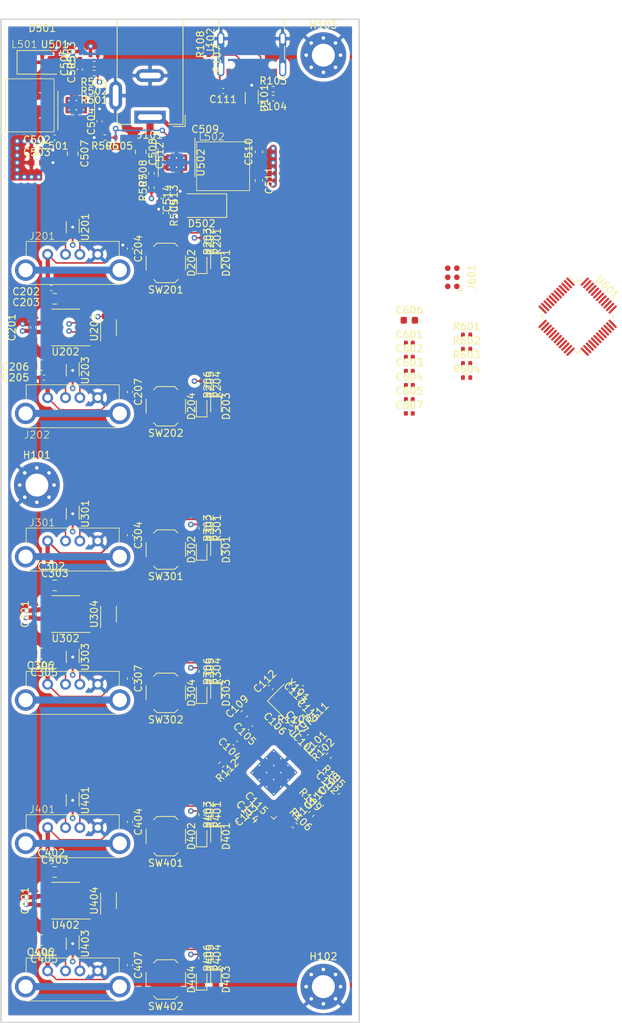
<source format=kicad_pcb>
(kicad_pcb (version 20221018) (generator pcbnew)
  (layers (0 "F.Cu" signal) (1 "In1.Cu" signal) (2 "In2.Cu" signal) (31 "B.Cu" signal) (34 "B.Paste" user) (35 "F.Paste" user) (36 "B.SilkS" user "B.Silkscreen") (37 "F.SilkS" user "F.Silkscreen") (38 "B.Mask" user) (39 "F.Mask" user) (44 "Edge.Cuts" user))
  (property "date" "27.02.2024")
  (property "version" "v0.1")
  (net 0 "")
  (net 1 "+3V3")
  (net 2 "GND")
  (net 3 "/RESET_N")
  (net 4 "/XTAL_IN")
  (net 5 "/XTAL_OUT")
  (net 6 "Net-(IC101-VDD18)")
  (net 7 "Net-(IC101-VDD18PLL)")
  (net 8 "+5V")
  (net 9 "Earth")
  (net 10 "Net-(C505-Pad2)")
  (net 11 "Net-(D202-A)")
  (net 12 "Net-(C513-Pad2)")
  (net 13 "Net-(D302-A)")
  (net 14 "Net-(D201-K)")
  (net 15 "Net-(D402-A)")
  (net 16 "/Port 1-2/USB_A_D-")
  (net 17 "/Port 1-2/USB_A_D+")
  (net 18 "/Port 1-2/USB_B_D-")
  (net 19 "/Port 1-2/USB_B_D+")
  (net 20 "/Port 3-4/USB_A_D-")
  (net 21 "/Port 3-4/USB_A_D+")
  (net 22 "/Port 3-4/USB_B_D-")
  (net 23 "/Port 3-4/USB_B_D+")
  (net 24 "/Port 5-6/USB_A_D-")
  (net 25 "/Port 5-6/USB_A_D+")
  (net 26 "/Port 1-2/VBUS_A")
  (net 28 "/Port 1-2/VBUS_B")
  (net 30 "/Port 3-4/VBUS_A")
  (net 32 "/Port 3-4/PORT_B_EN_1")
  (net 33 "/Port 3-4/PORT_B_OC")
  (net 34 "/Port 3-4/PORT_A_OC")
  (net 35 "/Port 3-4/PORT_A_EN_1")
  (net 36 "/Port 1-2/PORT_B_EN_1")
  (net 37 "/Port 1-2/PORT_B_OC")
  (net 38 "/Port 1-2/PORT_A_OC")
  (net 39 "/Port 1-2/PORT_A_EN_1")
  (net 40 "/Port 5-6/PORT_A_EN_1")
  (net 41 "/Port 3-4/VBUS_B")
  (net 43 "/Port 5-6/VBUS_A")
  (net 44 "/Port 5-6/VBUS_B")
  (net 45 "/Port 5-6/PORT_A_OC")
  (net 48 "/Port 5-6/PORT_B_OC")
  (net 49 "/Port 5-6/PORT_B_EN_1")
  (net 50 "Net-(U501-SS)")
  (net 51 "Net-(U501-COMP)")
  (net 52 "Net-(D204-A)")
  (net 53 "/VBUS_DET")
  (net 54 "Net-(U501-BOOT)")
  (net 55 "Net-(D501-K)")
  (net 56 "Net-(U502-BOOT)")
  (net 57 "Net-(D502-K)")
  (net 58 "Net-(U502-SS)")
  (net 59 "Net-(U502-COMP)")
  (net 60 "/Port 5-6/USB_B_D-")
  (net 61 "/Port 5-6/USB_B_D+")
  (net 62 "/Power controller/USB_DM")
  (net 63 "/Power controller/USB_DP")
  (net 64 "Net-(IC101-RBIAS)")
  (net 65 "/Power/3.5-28V")
  (net 66 "Net-(D301-K)")
  (net 67 "/Port 1-2/PORT_A_REQ")
  (net 68 "/Port 1-2/PORT_B_REQ")
  (net 69 "/Port 3-4/PORT_A_REQ")
  (net 70 "/Port 3-4/PORT_B_REQ")
  (net 71 "/Port 5-6/PORT_A_REQ")
  (net 72 "/Port 5-6/PORT_B_REQ")
  (net 73 "/Port 1-2/PORT_A_EN")
  (net 74 "/Port 1-2/PORT_B_EN")
  (net 75 "/Port 1-2/PORT_A_EN_2")
  (net 76 "/Port 1-2/PORT_B_EN_2")
  (net 77 "/Port 3-4/PORT_A_EN")
  (net 78 "/Port 3-4/PORT_B_EN")
  (net 79 "/Port 3-4/PORT_A_EN_2")
  (net 80 "/Port 3-4/PORT_B_EN_2")
  (net 81 "/Port 5-6/PORT_A_EN")
  (net 82 "/Port 5-6/PORT_B_EN")
  (net 83 "/Port 5-6/PORT_A_EN_2")
  (net 84 "/Port 5-6/PORT_B_EN_2")
  (net 85 "/Power controller/RESET_N")
  (net 86 "Net-(D203-K)")
  (net 87 "Net-(D304-A)")
  (net 88 "Net-(D303-K)")
  (net 89 "Net-(D401-K)")
  (net 90 "Net-(D403-K)")
  (net 91 "Net-(D404-A)")
  (net 92 "/CFG_SEL2")
  (net 93 "Net-(IC101-LED_A7_N{slash}PRT_SWP7)")
  (net 94 "/Port 5-6/LED_IND_B")
  (net 95 "/Port 5-6/LED_IND_A")
  (net 96 "/Port 3-4/LED_IND_B")
  (net 97 "Net-(IC101-LED_B3_N{slash}GANG_EN)")
  (net 99 "/SDA")
  (net 100 "/SCL")
  (net 103 "/CFG_SEL1")
  (net 104 "/SUSP_IND")
  (net 105 "/Port 3-4/LED_IND_A")
  (net 106 "Net-(IC101-LED_B2_N{slash}BOOST1)")
  (net 108 "/Port 1-2/LED_IND_B")
  (net 109 "Net-(IC101-LED_B1_N{slash}BOOST0)")
  (net 111 "/Port 1-2/LED_IND_A")
  (net 112 "SWDIO")
  (net 113 "SWCLK")
  (net 115 "Net-(R502-Pad2)")
  (net 119 "Net-(U601-BOOT0)")
  (net 121 "/Power/POWER_ENABLE")
  (net 122 "/Power/VSENSE_5V")
  (net 123 "/Power/VSENSE_3V")
  (net 126 "Net-(J102-CC1)")
  (net 127 "Net-(J102-CC2)")
  (net 132 "/USB_VBUS")
  (net 133 "/USB_UP_D-")
  (net 134 "/USB_UP_D+")
  (net 135 "/USB_UP_UNSCHIELDED_D+")
  (net 136 "/USB_UP_UNSCHIELDED_D-")
  (net 137 "/Port 1-2/USB_A_UNSCHIELDED_D-")
  (net 138 "/Port 1-2/USB_A_UNSCHIELDED_D+")
  (net 139 "/Port 1-2/USB_B_UNSCHIELDED_D-")
  (net 140 "/Port 1-2/USB_B_UNSCHIELDED_D+")
  (net 141 "/Port 3-4/USB_A_UNSCHIELDED_D-")
  (net 142 "/Port 3-4/USB_A_UNSCHIELDED_D+")
  (net 143 "/Port 3-4/USB_B_UNSCHIELDED_D-")
  (net 144 "/Port 3-4/USB_B_UNSCHIELDED_D+")
  (net 145 "/Port 5-6/USB_A_UNSCHIELDED_D-")
  (net 146 "/Port 5-6/USB_A_UNSCHIELDED_D+")
  (net 147 "/Port 5-6/USB_B_UNSCHIELDED_D-")
  (net 148 "/Port 5-6/USB_B_UNSCHIELDED_D+")
  (footprint "Resistor_SMD:R_0402_1005Metric" (layer "F.Cu") (at 145.780042 137.784353 45)
    (fp_text reference "R102")
    (fp_text value "100k")
  )
  (footprint "Resistor_SMD:R_0402_1005Metric" (layer "F.Cu") (at 165 81.02)
    (fp_text reference "R602")
    (fp_text value "10K")
  )
  (footprint "LED_SMD:LED_0603_1608Metric" (layer "F.Cu") (at 128 129 90)
    (fp_text reference "D304")
    (fp_text value "BLUE")
  )
  (footprint "MountingHole:MountingHole_3.2mm_M3_Pad_Via" (layer "F.Cu") (at 145 40)
    (fp_text reference "H103")
    (fp_text value "MountingHole")
  )
  (footprint "Capacitor_SMD:C_0402_1005Metric" (layer "F.Cu") (at 157 86.06)
    (fp_text reference "C604")
    (fp_text value "100nF")
  )
  (footprint "Resistor_SMD:R_0402_1005Metric" (layer "F.Cu") (at 143.305168 131.066838 -135)
    (fp_text reference "R111")
    (fp_text value "12k")
  )
  (footprint "Package_SO:SOIC-8_3.9x4.9mm_P1.27mm" (layer "F.Cu") (at 109 78 180)
    (fp_text reference "U202")
    (fp_text value "MIC2026-1xM")
  )
  (footprint "Capacitor_SMD:C_0402_1005Metric" (layer "F.Cu") (at 106 85 180)
    (fp_text reference "C205")
    (fp_text value "100nF")
  )
  (footprint "Resistor_SMD:R_0402_1005Metric" (layer "F.Cu") (at 128 106 -90)
    (fp_text reference "R302")
    (fp_text value "100k")
  )
  (footprint "Capacitor_SMD:C_0805_2012Metric" (layer "F.Cu") (at 105.5 163.5 180)
    (fp_text reference "C406")
    (fp_text value "47uF")
  )
  (footprint "Capacitor_SMD:C_0805_2012Metric" (layer "F.Cu") (at 107.5 74)
    (fp_text reference "C203")
    (fp_text value "47uF")
  )
  (footprint "Capacitor_SMD:C_0402_1005Metric" (layer "F.Cu") (at 134.819887 145.208974 -45)
    (fp_text reference "C115")
    (fp_text value "100nF")
  )
  (footprint "LED_SMD:LED_0603_1608Metric" (layer "F.Cu") (at 128 109 90)
    (fp_text reference "D302")
    (fp_text value "BLUE")
  )
  (footprint "Package_TO_SOT_SMD:SOT-666" (layer "F.Cu") (at 110 124 -90)
    (fp_text reference "U303")
    (fp_text value "USBLC6-2P6")
  )
  (footprint "Capacitor_SMD:C_0402_1005Metric" (layer "F.Cu") (at 118 107 -90)
    (fp_text reference "C304")
    (fp_text value "100nF")
  )
  (footprint "Capacitor_SMD:C_0402_1005Metric" (layer "F.Cu") (at 104.5 78 90)
    (fp_text reference "C201")
    (fp_text value "100nF")
  )
  (footprint "LED_SMD:LED_0603_1608Metric" (layer "F.Cu") (at 128 69 90)
    (fp_text reference "D202")
    (fp_text value "BLUE")
  )
  (footprint "Resistor_SMD:R_0402_1005Metric" (layer "F.Cu") (at 165 85)
    (fp_text reference "R604")
    (fp_text value "100k")
  )
  (footprint "Connector:Tag-Connect_TC2030-IDC-NL_2x03_P1.27mm_Vertical" (layer "F.Cu") (at 163 71 90)
    (fp_text reference "J601")
    (fp_text value "Prog")
  )
  (footprint "Resistor_SMD:R_0402_1005Metric" (layer "F.Cu") (at 113 41.25)
    (fp_text reference "R502")
    (fp_text value "1,5k")
  )
  (footprint "Resistor_SMD:R_0402_1005Metric" (layer "F.Cu") (at 129 126 -90)
    (fp_text reference "R304")
    (fp_text value "1k")
  )
  (footprint "Capacitor_SMD:C_0402_1005Metric" (layer "F.Cu") (at 133.405673 145.208974 -135)
    (fp_text reference "C103")
    (fp_text value "100nF")
  )
  (footprint "Connector_USB:USB_C_Receptacle_G-Switch_GT-USB-7010ASV" (layer "F.Cu") (at 135 38.775 180)
    (fp_text reference "J102")
    (fp_text value "USB_C_Receptacle_USB2.0_14P")
  )
  (footprint "Resistor_SMD:R_0402_1005Metric" (layer "F.Cu") (at 123 62 -90)
    (fp_text reference "R509")
    (fp_text value "33k")
  )
  (footprint "Resistor_SMD:R_0402_1005Metric" (layer "F.Cu") (at 145.603265 141.496663 -45)
    (fp_text reference "R105")
    (fp_text value "100k")
  )
  (footprint "Diode_SMD:D_SMA" (layer "F.Cu") (at 105.75 41)
    (fp_text reference "D501")
    (fp_text value "SS54")
  )
  (footprint "Capacitor_SMD:C_0402_1005Metric" (layer "F.Cu") (at 157 90)
    (fp_text reference "C607")
    (fp_text value "100nF")
  )
  (footprint "LED_SMD:LED_0603_1608Metric" (layer "F.Cu") (at 130 109 -90)
    (fp_text reference locked "D301")
    (fp_text value "GREEN")
  )
  (footprint "Resistor_SMD:R_0402_1005Metric" (layer "F.Cu") (at 165 83.01)
    (fp_text reference "R603")
    (fp_text value "10K")
  )
  (footprint "Capacitor_SMD:C_0402_1005Metric" (layer "F.Cu") (at 141.890955 128.238411 135)
    (fp_text reference "C113")
    (fp_text value "C")
  )
  (footprint "Capacitor_SMD:C_0402_1005Metric" (layer "F.Cu") (at 131 45 180)
    (fp_text reference "C111")
    (fp_text value "100nF")
  )
  (footprint "Resistor_SMD:R_0402_1005Metric" (layer "F.Cu") (at 138 44.75)
    (fp_text reference "R103")
    (fp_text value "100k")
  )
  (footprint "Connectors:UJ2-AV-W4-TH" (layer "F.Cu") (at 110 90)
    (fp_text reference "J202")
    (fp_text value "USB_A")
  )
  (footprint "Resistor_SMD:R_0402_1005Metric" (layer "F.Cu") (at 130 106 90)
    (fp_text reference "R303")
    (fp_text value "330")
  )
  (footprint "Capacitor_SMD:C_0402_1005Metric" (layer "F.Cu") (at 123 60 -90)
    (fp_text reference "C513")
    (fp_text value "1nF")
  )
  (footprint "Diode_SMD:D_SMA" (layer "F.Cu") (at 128 61 180)
    (fp_text reference "D502")
    (fp_text value "SS54")
  )
  (footprint "Resistor_SMD:R_0402_1005Metric" (layer "F.Cu") (at 143.31931 145.901939 45)
    (fp_text reference "R101")
    (fp_text value "100k")
  )
  (footprint "Capacitor_SMD:C_0603_1608Metric" (layer "F.Cu") (at 133.953681 131.933044 45)
    (fp_text reference "C109")
    (fp_text value "1.0uF")
  )
  (footprint "LED_SMD:LED_0603_1608Metric" (layer "F.Cu") (at 130 89 -90)
    (fp_text reference "D203")
    (fp_text value "GREEN")
  )
  (footprint "Capacitor_SMD:C_0603_1608Metric" (layer "F.Cu") (at 105 55)
    (fp_text reference "C503")
    (fp_text value "22uF")
  )
  (footprint "LED_SMD:LED_0603_1608Metric" (layer "F.Cu") (at 130 129 -90)
    (fp_text reference "D303")
    (fp_text value "GREEN")
  )
  (footprint "Capacitor_SMD:C_0402_1005Metric" (layer "F.Cu") (at 157 82.12)
    (fp_text reference "C602")
    (fp_text value "100nF")
  )
  (footprint "Resistor_SMD:R_0402_1005Metric" (layer "F.Cu") (at 138 46 180)
    (fp_text reference "R104")
    (fp_text value "100k")
  )
  (footprint "Resistor_SMD:R_0402_1005Metric" (layer "F.Cu") (at 128 166 -90)
    (fp_text reference "R405")
    (fp_text value "100k")
  )
  (footprint "Capacitor_SMD:C_0402_1005Metric" (layer "F.Cu") (at 107 112.5)
    (fp_text reference "C302")
    (fp_text value "100nF")
  )
  (footprint "Capacitor_SMD:C_0402_1005Metric" (layer "F.Cu") (at 110 41 90)
    (fp_text reference "C506")
    (fp_text value "47pF")
  )
  (footprint "Capacitor_SMD:C_0402_1005Metric" (layer "F.Cu") (at 157 88.03)
    (fp_text reference "C605")
    (fp_text value "100nF")
  )
  (footprint "Capacitor_SMD:C_0402_1005Metric" (layer "F.Cu") (at 137.648314 128.238411 45)
    (fp_text reference "C112")
    (fp_text value "C")
  )
  (footprint "Capacitor_SMD:C_0402_1005Metric" (layer "F.Cu") (at 107 72.5)
    (fp_text reference "C202")
    (fp_text value "100nF")
  )
  (footprint "Capacitor_SMD:C_0402_1005Metric" (layer "F.Cu") (at 144.719382 136.723693 45)
    (fp_text reference "C101")
    (fp_text value "100nF")
  )
  (footprint "Resistor_SMD:R_0402_1005Metric" (layer "F.Cu") (at 121 56.5 90)
    (fp_text reference "R508")
    (fp_text value "3,3k")
  )
  (footprint "Capacitor_SMD:C_0603_1608Metric" (layer "F.Cu") (at 105 53.25)
    (fp_text reference "C502")
    (fp_text value "22uF")
  )
  (footprint "Resistor_SMD:R_0402_1005Metric" (layer "F.Cu") (at 128 126 -90)
    (fp_text reference "R305")
    (fp_text value "100k")
  )
  (footprint "Resistor_SMD:R_0402_1005Metric" (layer "F.Cu") (at 129 106 -90)
    (fp_text reference "R301")
    (fp_text value "1k")
  )
  (footprint "Capacitor_SMD:C_0603_1608Metric" (layer "F.Cu") (at 141.890955 132.481052 -45)
    (fp_text reference "C116")
    (fp_text value "1.0uF")
  )
  (footprint "Capacitor_SMD:C_0402_1005Metric" (layer "F.Cu") (at 118 167 -90)
    (fp_text reference "C407")
    (fp_text value "100nF")
  )
  (footprint "Inductors:YSPI0630A" (layer "F.Cu") (at 104 47 -90)
    (fp_text reference "L501")
    (fp_text value "22uH")
  )
  (footprint "Capacitor_SMD:C_0603_1608Metric" (layer "F.Cu") (at 146.840702 142.7341 45)
    (fp_text reference "C108")
    (fp_text value "1.0uF")
  )
  (footprint "Capacitor_SMD:C_0402_1005Metric" (layer "F.Cu") (at 118 87 -90)
    (fp_text reference "C207")
    (fp_text value "100nF")
  )
  (footprint "Package_SO:SOIC-8-1EP_3.9x4.9mm_P1.27mm_EP2.29x3mm_ThermalVias" (layer "F.Cu") (at 110.5 46.975 90)
    (fp_text reference "U501")
    (fp_text value "TPS54331")
  )
  (footprint "Package_DFN_QFN:QFN-64-1EP_9x9mm_P0.5mm_EP4.7x4.7mm_ThermalVias" (layer "F.Cu") (at 138.072578 140.117805 -45)
    (fp_text reference "IC101")
    (fp_text value "USB2517")
  )
  (footprint "Resistor_SMD:R_0402_1005Metric" (layer "F.Cu") (at 128 146 -90)
    (fp_text reference "R402")
    (fp_text value "100k")
  )
  (footprint "Resistor_SMD:R_0402_1005Metric" (layer "F.Cu") (at 130 166 90)
    (fp_text reference "R406")
    (fp_text value "330")
  )
  (footprint "Resistor_SMD:R_0402_1005Metric" (layer "F.Cu") (at 129 40.5 -90)
    (fp_text reference "R107")
    (fp_text value "5.1k")
  )
  (footprint "Capacitor_SMD:C_0402_1005Metric" (layer "F.Cu") (at 106 125 180)
    (fp_text reference "C305")
    (fp_text value "100nF")
  )
  (footprint "Capacitor_SMD:C_0402_1005Metric" (layer "F.Cu") (at 106 165 180)
    (fp_text reference "C405")
    (fp_text value "100nF")
  )
  (footprint "LED_SMD:LED_0603_1608Metric" (layer "F.Cu") (at 128 149 90)
    (fp_text reference "D402")
    (fp_text value "BLUE")
  )
  (footprint "Package_TO_SOT_SMD:SOT-666" (layer "F.Cu") (at 110 104 -90)
    (fp_text reference "U301")
    (fp_text value "USBLC6-2P6")
  )
  (footprint "Package_SO:VSSOP-8_2.3x2mm_P0.5mm" (layer "F.Cu") (at 115 118 90)
    (fp_text reference "U304")
    (fp_text value "74LVC2G08")
  )
  (footprint "MountingHole:MountingHole_3.2mm_M3_Pad_Via" (layer "F.Cu") (at 105 100)
    (fp_text reference "H101")
    (fp_text value "MountingHole")
  )
  (footprint "Capacitor_SMD:C_0603_1608Metric" (layer "F.Cu") (at 136 57.5 -90)
    (fp_text reference "C511")
    (fp_text value "22uF")
  )
  (footprint "Package_TO_SOT_SMD:SOT-666" (layer "F.Cu") (at 110 64 -90)
    (fp_text reference "U201")
    (fp_text value "USBLC6-2P6")
  )
  (footprint "Resistor_SMD:R_0402_1005Metric" (layer "F.Cu") (at 129 146 -90)
    (fp_text reference "R401")
    (fp_text value "1k")
  )
  (footprint "Capacitor_SMD:C_0402_1005Metric" (layer "F.Cu") (at 157 84.09)
    (fp_text reference "C603")
    (fp_text value "100nF")
  )
  (footprint "Capacitor_SMD:C_0402_1005Metric" (layer "F.Cu") (at 157 80.15)
    (fp_text reference "C601")
    (fp_text value "100nF")
  )
  (footprint "Package_SO:SOIC-8-1EP_3.9x4.9mm_P1.27mm_EP2.29x3mm_ThermalVias" (layer "F.Cu") (at 124.5 55 -90)
    (fp_text reference "U502")
    (fp_text value "TPS54331")
  )
  (footprint "Capacitor_SMD:C_0402_1005Metric" (layer "F.Cu") (at 121 54 -90)
    (fp_text reference "C512")
    (fp_text value "10nF")
  )
  (footprint "Package_QFP:LQFP-48_7x7mm_P0.5mm" (layer "F.Cu") (at 180.5 76.5 -45)
    (fp_text reference "U601")
    (fp_text value "STM32L151C8Tx")
  )
  (footprint "Capacitor_SMD:C_0805_2012Metric" (layer "F.Cu") (at 107.5 154)
    (fp_text reference "C403")
    (fp_text value "47uF")
  )
  (footprint "Button_Switch_SMD:SW_SPST_TL3342" (layer "F.Cu") (at 123 109 180)
    (fp_text reference "SW301")
    (fp_text value "SW_Push")
  )
  (footprint "Resistor_SMD:R_0402_1005Metric" (layer "F.Cu") (at 113 42.5 180)
    (fp_text reference "R501")
    (fp_text value "10k")
  )
  (footprint "Connectors:UJ2-AV-W4-TH" (layer "F.Cu") (at 110 130)
    (fp_text reference "J302")
    (fp_text value "USB_A")
  )
  (footprint "Capacitor_SMD:C_0603_1608Metric" (layer "F.Cu") (at 133.405673 146.623188 -45)
    (fp_text reference "C114")
    (fp_text value "1.0uF")
  )
  (footprint "Resistor_SMD:R_0402_1005Metric" (layer "F.Cu") (at 141 147.5 -45)
    (fp_text reference "R106")
    (fp_text value "100k")
  )
  (footprint "Capacitor_SMD:C_0402_1005Metric" (layer "F.Cu") (at 142.598061 134.602372 45)
    (fp_text reference "C107")
    (fp_text value "100nF")
  )
  (footprint "Capacitor_SMD:C_0402_1005Metric" (layer "F.Cu") (at 118 147 -90)
    (fp_text reference "C404")
    (fp_text value "100nF")
  )
  (footprint "Connectors:UJ2-AV-W4-TH" (layer "F.Cu") (at 110 70)
    (fp_text reference "J201")
    (fp_text value "USB_A")
  )
  (footprint "Button_Switch_SMD:SW_SPST_TL3342" (layer "F.Cu") (at 123 169 180)
    (fp_text reference "SW402")
    (fp_text value "SW_Push")
  )
  (footprint "Package_TO_SOT_SMD:SOT-666" (layer "F.Cu") (at 110 164 -90)
    (fp_text reference "U403")
    (fp_text value "USBLC6-2P6")
  )
  (footprint "Package_SO:SOIC-8_3.9x4.9mm_P1.27mm" (layer "F.Cu") (at 109 158 180)
    (fp_text reference "U402")
    (fp_text value "MIC2026-1xM")
  )
  (footprint "Capacitor_SMD:C_0402_1005Metric" (layer "F.Cu") (at 139.062527 132.481052 135)
    (fp_text reference "C106")
    (fp_text value "100nF")
  )
  (footprint "Capacitor_SMD:C_0805_2012Metric" (layer "F.Cu") (at 107.5 114)
    (fp_text reference "C303")
    (fp_text value "47uF")
  )
  (footprint "Capacitor_SMD:C_0402_1005Metric" (layer "F.Cu") (at 111 42 90)
    (fp_text reference "C505")
    (fp_text value "1nF")
  )
  (footprint "Package_TO_SOT_SMD:SOT-666" (layer "F.Cu") (at 135 46 -90)
    (fp_text reference "U101")
    (fp_text value "USBLC6-2P6")
  )
  (footprint "Resistor_SMD:R_0402_1005Metric" (layer "F.Cu") (at 114.5 51.5 180)
    (fp_text reference "R506")
    (fp_text value "220k")
  )
  (footprint "Package_SO:VSSOP-8_2.3x2mm_P0.5mm" (layer "F.Cu") (at 115 158 90)
    (fp_text reference "U404")
    (fp_text value "74LVC2G08")
  )
  (footprint "Package_SO:SOIC-8_3.9x4.9mm_P1.27mm" (layer "F.Cu") (at 109 118 180)
    (fp_text reference "U302")
    (fp_text value "MIC2026-1xM")
  )
  (footprint "Resistor_SMD:R_0402_1005Metric" (layer "F.Cu") (at 130 66 90)
    (fp_text reference "R203")
    (fp_text value "330")
  )
  (footprint "Button_Switch_SMD:SW_SPST_TL3342" (layer "F.Cu") (at 123 129 180)
    (fp_text reference "SW302")
    (fp_text value "SW_Push")
  )
  (footprint "Resistor_SMD:R_0402_1005Metric" (layer "F.Cu") (at 129 166 -90)
    (fp_text reference "R404")
    (fp_text value "1k")
  )
  (footprint "Resistor_SMD:R_0402_1005Metric" (layer "F.Cu") (at 113 40 180)
    (fp_text reference "R504")
    (fp_text value "330R")
  )
  (footprint "LED_SMD:LED_0603_1608Metric" (layer "F.Cu") (at 130 149 -90)
    (fp_text reference "D401")
    (fp_text value "GREEN")
  )
  (footprint "Resistor_SMD:R_0402_1005Metric" (layer "F.Cu") (at 129 86 -90)
    (fp_text reference "R204")
    (fp_text value "1k")
  )
  (footprint "Connectors:UJ2-AV-W4-TH" (layer "F.Cu") (at 110 150)
    (fp_text reference "J401")
    (fp_text value "USB_A")
  )
  (footprint "Capacitor_SMD:C_0402_1005Metric" (layer "F.Cu") (at 118 127 -90)
    (fp_text reference "C307")
    (fp_text value "100nF")
  )
  (footprint "Capacitor_SMD:C_0402_1005Metric" (layer "F.Cu") (at 107.5 51.5 180)
    (fp_text reference "C501")
    (fp_text value "100nF")
  )
  (footprint "Resistor_SMD:R_0402_1005Metric" (layer "F.Cu") (at 129 38.5 90)
    (fp_text reference "R108")
    (fp_text value "5.1k")
  )
  (footprint "Resistor_SMD:R_0402_1005Metric" (layer "F.Cu") (at 144.012275 143.087654 135)
    (fp_text reference "R109")
    (fp_text value "100k")
  )
  (footprint "Inductors:YSPI0630A" (layer "F.Cu") (at 131 55.5)
    (fp_text reference "L502")
    (fp_text value "22uH")
  )
  (footprint "Connectors:UJ2-AV-W4-TH" (layer "F.Cu") (at 110 110)
    (fp_text reference "J301")
    (fp_text value "USB_A")
  )
  (footprint "Resistor_SMD:R_0402_1005Metric" (layer "F.Cu") (at 140.476741 133.895266)
    (fp_text reference "R110")
    (fp_text value "1M")
  )
  (footprint "LED_SMD:LED_0603_1608Metric" (layer "F.Cu") (at 130 169 -90)
    (fp_text reference "D403")
    (fp_text value "GREEN")
  )
  (footprint "Capacitor_SMD:C_0402_1005Metric" (layer "F.Cu") (at 144.719382 142.380547 -45)
    (fp_text reference "C102")
    (fp_text value "100nF")
  )
  (footprint "Button_Switch_SMD:SW_SPST_TL3342" (layer "F.Cu") (at 123 69 180)
    (fp_text reference "SW201")
    (fp_text value "SW_Push")
  )
  (footprint "Capacitor_SMD:C_0805_2012Metric" (layer "F.Cu") (at 110 53.75 -90)
    (fp_text reference "C507")
    (fp_text value "10uF")
  )
  (footprint "Capacitor_SMD:C_0402_1005Metric" (layer "F.Cu") (at 132.698566 136.016586 135)
    (fp_text reference "C104")
    (fp_text value "100nF")
  )
  (footprint "Capacitor_SMD:C_0402_1005Metric" (layer "F.Cu") (at 104.5 118 90)
    (fp_text reference "C301")
    (fp_text value "100nF")
  )
  (footprint "Resistor_SMD:R_0402_1005Metric" (layer "F.Cu") (at 111 40 90)
    (fp_text reference "R503")
    (fp_text value "33k")
  )
  (footprint "Resistor_SMD:R_0402_1005Metric" (layer "F.Cu") (at 165 79.03)
    (fp_text reference "R601")
    (fp_text value "10K")
  )
  (footprint "Capacitor_SMD:C_0402_1005Metric" (layer "F.Cu") (at 140.476741 133.895266 -45)
    (fp_text reference "C117")
    (fp_text value "100nF")
  )
  (footprint "Resistor_SMD:R_0402_1005Metric" (layer "F.Cu") (at 130 86 90)
    (fp_text reference "R206")
    (fp_text value "330")
  )
  (footprint "Package_TO_SOT_SMD:SOT-666" (layer "F.Cu") (at 110 144 -90)
    (fp_text reference "U401")
    (fp_text value "USBLC6-2P6")
  )
  (footprint "LED_SMD:LED_0603_1608Metric" (layer "F.Cu") (at 128 89 90)
    (fp_text reference "D204")
    (fp_text value "BLUE")
  )
  (footprint "Capacitor_SMD:C_0805_2012Metric" (layer "F.Cu") (at 105.5 123.5 180)
    (fp_text reference "C306")
    (fp_text value "47uF")
  )
  (footprint "Resistor_SMD:R_0402_1005Metric" (layer "F.Cu") (at 116.5 51.5 180)
    (fp_text reference "R505")
    (fp_text value "470k")
  )
  (footprint "Capacitor_SMD:C_0805_2012Metric" (layer "F.Cu") (at 105.5 83.25 180)
    (fp_text reference "C206")
    (fp_text value "47uF")
  )
  (footprint "Capacitor_SMD:C_0402_1005Metric" (layer "F.Cu") (at 134.819887 133.895266 135)
    (fp_text reference "C105")
    (fp_text value "100nF")
  )
  (footprint "Resistor_SMD:R_0402_1005Metric" (layer "F.Cu") (at 130.754023 139.02179 -135)
    (fp_text reference "R112")
    (fp_text value "100k")
  )
  (footprint "LED_SMD:LED_0603_1608Metric" (layer "F.Cu") (at 130 69 -90)
    (fp_text reference "D201")
    (fp_text value "GREEN")
  )
  (footprint "Capacitor_SMD:C_0603_1608Metric" (layer "F.Cu") (at 157 77)
    (fp_text reference "C606")
    (fp_text value "1.0uF")
  )
  (footprint "Capacitor_SMD:C_0402_1005Metric" (layer "F.Cu") (at 113.75 49.25 90)
    (fp_text reference "C504")
    (fp_text value "10nF")
  )
  (footprint "Capacitor_SMD:C_0402_1005Metric" (layer "F.Cu") (at 107 152.5)
    (fp_text reference "C402")
    (fp_text value "100nF")
  )
  (footprint "Capacitor_SMD:C_0603_1608Metric" (layer "F.Cu") (at 136 53.5 90)
    (fp_text reference "C510")
    (fp_text value "22uF")
  )
  (footprint "Capacitor_SMD:C_0402_1005Metric" (layer "F.Cu") (at 104.5 158 90)
    (fp_text reference "C401")
    (fp_text value "100nF")
  )
  (footprint "Resistor_SMD:R_0402_1005Metric" (layer "F.Cu") (at 130 126 90)
    (fp_text reference "R306")
    (fp_text value "330")
  )
  (footprint "LED_SMD:LED_0603_1608Metric" (layer "F.Cu") (at 128 169 90)
    (fp_text reference "D404")
    (fp_text value "BLUE")
  )
  (footprint "Resistor_SMD:R_0402_1005Metric" (layer "F.Cu") (at 121 58.5 90)
    (fp_text reference "R507")
    (fp_text value "10k")
  )
  (footprint "Capacitor_SMD:C_0402_1005Metric" (layer "F.Cu") (at 118 67 -90)
    (fp_text reference "C204")
    (fp_text value "100nF")
  )
  (footprint "MountingHole:MountingHole_3.2mm_M3_Pad_Via" (layer "F.Cu") (at 145 170)
    (fp_text reference "H102")
    (fp_text value "MountingHole")
  )
  (footprint "Capacitor_SMD:C_0402_1005Metric" (layer "F.Cu") (at 122 60 -90)
    (fp_text reference "C514")
    (fp_text value "47pF")
  )
  (footprint "Capacitor_SMD:C_0805_2012Metric" (layer "F.Cu") (at 119.5 53.5 -90)
    (fp_text reference "C508")
    (fp_text value "10uF")
  )
  (footprint "Capacitor_SMD:C_0402_1005Metric" (layer "F.Cu") (at 128.5 51.5)
    (fp_text reference "C509")
    (fp_text value "100nF")
  )
  (footprint "Package_SO:VSSOP-8_2.3x2mm_P0.5mm" (layer "F.Cu") (at 115 78 90)
    (fp_text reference "U204")
    (fp_text value "74LVC2G08")
  )
  (footprint "Resistor_SMD:R_0402_1005Metric" (layer "F.Cu") (at 128 66 -90)
    (fp_text reference "R202")
    (fp_text value "100k")
  )
  (footprint "Capacitor_SMD:C_0402_1005Metric" (layer "F.Cu") (at 144.733524 144.487725 45)
    (fp_text reference "C110")
    (fp_text value "100nF")
  )
  (footprint "Crystal:Crystal_SMD_3225-4Pin_3.2x2.5mm" (layer "F.Cu") (at 139.769634 130.359732 -45)
    (fp_text reference "Y101")
    (fp_text value "24Mhz")
  )
  (footprint "Button_Switch_SMD:SW_SPST_TL3342" (layer "F.Cu") (at 123 89 180)
    (fp_text reference "SW202")
    (fp_text value "SW_Push")
  )
  (footprint "Connector_BarrelJack:BarrelJack_Wuerth_6941xx301002" (layer "F.Cu") (at 120.8 48.65 180)
    (fp_text reference "J101")
    (fp_text value "Barrel_Jack_Switch")
  )
  (footprint "Package_TO_SOT_SMD:SOT-666" (layer "F.Cu") (at 110 84 -90)
    (fp_text reference "U203")
    (fp_text value "USBLC6-2P6")
  )
  (footprint "Resistor_SMD:R_0402_1005Metric" (layer "F.Cu") (at 129 66 -90)
    (fp_text reference "R201")
    (fp_text value "1k")
  )
  (footprint "Resistor_SMD:R_0402_1005Metric" (layer "F.Cu") (at 128 86 -90)
    (fp_text reference "R205")
    (fp_text value "100k")
  )
  (footprint "Resistor_SMD:R_0402_1005Metric" (layer "F.Cu") (at 130 146 90)
    (fp_text reference "R403")
    (fp_text value "330")
  )
  (footprint "Connectors:UJ2-AV-W4-TH" (layer "F.Cu") (at 110 170)
    (fp_text reference "J402")
    (fp_text value "USB_A")
  )
  (footprint "Button_Switch_SMD:SW_SPST_TL3342" (layer "F.Cu") (at 123 149 180)
    (fp_text reference "SW401")
    (fp_text value "SW_Push")
  )
  (gr_rect locked (start 100 35) (end 150 175) (stroke (width 0.2)) (fill none) (layer "Edge.Cuts"))
  (segment (start 116.57 70) (end 103.43 70) (width 1) (layer "B.Cu") (net 0))
  (segment (start 116.57 170) (end 103.43 170) (width 1) (layer "B.Cu") (net 0))
  (segment (start 116.57 90) (end 103.43 90) (width 1) (layer "B.Cu") (net 0))
  (segment (start 116.57 150) (end 103.43 150) (width 1) (layer "B.Cu") (net 0))
  (segment (start 116.57 130) (end 103.43 130) (width 1) (layer "B.Cu") (net 0))
  (segment (start 116.57 110) (end 103.43 110) (width 1) (layer "B.Cu") (net 0))
  (segment (start 113.55 76.45) (end 113.5 76.5) (width 0.2) (layer "F.Cu") (net 1))
  (segment (start 138 55) (end 134.25 55) (width 1) (layer "F.Cu") (net 1))
  (segment (start 138 56) (end 138 55) (width 1) (layer "F.Cu") (net 1))
  (segment (start 126.51 105.49) (end 126.5 105.5) (width 0.25) (layer "F.Cu") (net 1))
  (segment locked (start 127.01 85.49) (end 127 85.5) (width 0.2) (layer "F.Cu") (net 1))
  (segment (start 128 105.49) (end 126.51 105.49) (width 0.25) (layer "F.Cu") (net 1))
  (segment (start 128 165.49) (end 126.51 165.49) (width 0.2) (layer "F.Cu") (net 1))
  (segment (start 134.975 54.275) (end 133.75 55.5) (width 1) (layer "F.Cu") (net 1))
  (segment (start 126.51 145.49) (end 126.5 145.5) (width 0.2) (layer "F.Cu") (net 1))
  (segment (start 138 56) (end 134.25 56) (width 1) (layer "F.Cu") (net 1))
  (segment (start 136.725 54.275) (end 136 54.275) (width 1) (layer "F.Cu") (net 1))
  (segment (start 138 55) (end 137.275 54.275) (width 1) (layer "F.Cu") (net 1))
  (segment (start 136.725 56.725) (end 136 56.725) (width 1) (layer "F.Cu") (net 1))
  (segment (start 134.25 56) (end 133.75 55.5) (width 1) (layer "F.Cu") (net 1))
  (segment (start 126.51 165.49) (end 126.5 165.5) (width 0.2) (layer "F.Cu") (net 1))
  (segment (start 128 125.49) (end 126.51 125.49) (width 0.2) (layer "F.Cu") (net 1))
  (segment locked (start 127.01 65.49) (end 127 65.5) (width 0.2) (layer "F.Cu") (net 1))
  (segment (start 136 56.725) (end 134.975 56.725) (width 1) (layer "F.Cu") (net 1))
  (segment (start 138 56) (end 137.275 56.725) (width 1) (layer "F.Cu") (net 1))
  (segment (start 134.975 56.725) (end 133.75 55.5) (width 1) (layer "F.Cu") (net 1))
  (segment locked (start 128 85.49) (end 127.01 85.49) (width 0.2) (layer "F.Cu") (net 1))
  (segment (start 138 58) (end 136.725 56.725) (width 1) (layer "F.Cu") (net 1))
  (segment (start 137.275 56.725) (end 136 56.725) (width 1) (layer "F.Cu") (net 1))
  (segment (start 134.25 55) (end 133.75 55.5) (width 1) (layer "F.Cu") (net 1))
  (segment locked (start 128 65.49) (end 127.01 65.49) (width 0.2) (layer "F.Cu") (net 1))
  (segment (start 138 56) (end 138 57) (width 1) (layer "F.Cu") (net 1))
  (segment (start 138 53) (end 136.725 54.275) (width 1) (layer "F.Cu") (net 1))
  (segment (start 138 55) (end 138 54) (width 1) (layer "F.Cu") (net 1))
  (segment (start 114.25 76.45) (end 113.55 76.45) (width 0.2) (layer "F.Cu") (net 1))
  (segment (start 136 54.275) (end 134.975 54.275) (width 1) (layer "F.Cu") (net 1))
  (segment (start 126.51 125.49) (end 126.5 125.5) (width 0.2) (layer "F.Cu") (net 1))
  (segment (start 128 145.49) (end 126.51 145.49) (width 0.2) (layer "F.Cu") (net 1))
  (segment (start 138 54) (end 138 53) (width 1) (layer "F.Cu") (net 1))
  (segment (start 138 58) (end 138 57) (width 1) (layer "F.Cu") (net 1))
  (segment (start 121 59.01) (end 121 60) (width 0.3) (layer "F.Cu") (net 1))
  (segment (start 137.275 54.275) (end 136 54.275) (width 1) (layer "F.Cu") (net 1))
  (via (at 126.5 165.5) (size 0.8) (drill 0.4) (layers "F.Cu" "B.Cu") (net 1))
  (via (at 138 54) (size 0.8) (drill 0.4) (layers "F.Cu" "B.Cu") (net 1))
  (via locked (at 127 85.5) (size 0.8) (drill 0.4) (layers "F.Cu" "B.Cu") (net 1))
  (via (at 126.5 105.5) (size 0.8) (drill 0.4) (layers "F.Cu" "B.Cu") (net 1))
  (via (at 138 53) (size 0.8) (drill 0.4) (layers "F.Cu" "B.Cu") (net 1))
  (via (at 138 56) (size 0.8) (drill 0.4) (layers "F.Cu" "B.Cu") (net 1))
  (via (at 126.5 145.5) (size 0.8) (drill 0.4) (layers "F.Cu" "B.Cu") (net 1))
  (via (at 138 57) (size 0.8) (drill 0.4) (layers "F.Cu" "B.Cu") (net 1))
  (via (at 121 60) (size 0.8) (drill 0.4) (layers "F.Cu" "B.Cu") (net 1))
  (via (at 138 58) (size 0.8) (drill 0.4) (layers "F.Cu" "B.Cu") (net 1))
  (via (at 126.5 125.5) (size 0.8) (drill 0.4) (layers "F.Cu" "B.Cu") (net 1))
  (via locked (at 127 65.5) (size 0.8) (drill 0.4) (layers "F.Cu" "B.Cu") (net 1))
  (via (at 113.5 76.5) (size 0.8) (drill 0.4) (layers "F.Cu" "B.Cu") (net 1))
  (via (at 138 55) (size 0.8) (drill 0.4) (layers "F.Cu" "B.Cu") (net 1))
  (segment (start 104.655 117.365) (end 104.5 117.52) (width 0.6) (layer "F.Cu") (net 2))
  (segment (start 113.75 48.77) (end 113.75 47.5) (width 0.25) (layer "F.Cu") (net 2))
  (segment (start 110 63.075) (end 110 64) (width 0.3) (layer "F.Cu") (net 2))
  (segment (start 125.135 55.635) (end 124.5 55) (width 0.6) (layer "F.Cu") (net 2))
  (segment (start 125.135 60.135) (end 126 61) (width 0.6) (layer "F.Cu") (net 2))
  (segment (start 104.5 157.52) (end 103.52 157.52) (width 0.6) (layer "F.Cu") (net 2))
  (segment (start 106.525 117.365) (end 104.655 117.365) (width 0.6) (layer "F.Cu") (net 2))
  (segment (start 118 66.52) (end 117.02 66.52) (width 0.2) (layer "F.Cu") (net 2))
  (segment (start 109.732348 42.517652) (end 109.267652 42.517652) (width 0.6) (layer "F.Cu") (net 2))
  (segment (start 110 143.075) (end 110 144) (width 0.3) (layer "F.Cu") (net 2))
  (segment (start 106.525 157.365) (end 104.655 157.365) (width 0.6) (layer "F.Cu") (net 2))
  (segment (start 113.99 51.5) (end 113 51.5) (width 0.25) (layer "F.Cu") (net 2))
  (segment (start 112.49 40) (end 112.5 38.75) (width 0.25) (layer "F.Cu") (net 2))
  (segment (start 104.5 77.52) (end 103.02 77.52) (width 0.6) (layer "F.Cu") (net 2))
  (segment (start 119.5 54.45) (end 120.97 54.45) (width 0.6) (layer "F.Cu") (net 2))
  (segment (start 110 103.075) (end 110 104) (width 0.3) (layer "F.Cu") (net 2))
  (segment (start 103.52 117.52) (end 103.5 117.5) (width 0.6) (layer "F.Cu") (net 2))
  (segment (start 125.135 57.475) (end 125.135 55.635) (width 0.6) (layer "F.Cu") (net 2))
  (segment (start 104.5 117.52) (end 103.52 117.52) (width 0.6) (layer "F.Cu") (net 2))
  (segment (start 107.75 41) (end 107.75 39) (width 0.6) (layer "F.Cu") (net 2))
  (segment (start 110 163.075) (end 110 164) (width 0.3) (layer "F.Cu") (net 2))
  (segment (start 109.865 44.5) (end 109.865 42.650304) (width 0.6) (layer "F.Cu") (net 2))
  (segment (start 103.52 157.52) (end 103.5 157.5) (width 0.6) (layer "F.Cu") (net 2))
  (segment (start 125.135 59.135) (end 125.135 60.135) (width 0.6) (layer "F.Cu") (net 2))
  (segment (start 135 45.075) (end 135 44.2) (width 0.3) (layer "F.Cu") (net 2))
  (segment (start 106.525 77.365) (end 104.655 77.365) (width 0.6) (layer "F.Cu") (net 2))
  (segment (start 131.8 42.5) (end 131.8 44.68) (width 0.6) (layer "F.Cu") (net 2))
  (segment (start 122 60.48) (end 122 61.5) (width 0.25) (layer "F.Cu") (net 2))
  (segment (start 109.267652 42.517652) (end 107.75 41) (width 0.6) (layer "F.Cu") (net 2))
  (segment (start 105.775 53.25) (end 107.25 53.25) (width 0.25) (layer "F.Cu") (net 2))
  (segment (start 121.13 54.35) (end 121 54.48) (width 0.6) (layer "F.Cu") (net 2))
  (segment (start 131.8 44.68) (end 131.48 45) (width 0.6) (layer "F.Cu") (net 2))
  (segment (start 125.135 58.865) (end 125 59) (width 0.6) (layer "F.Cu") (net 2))
  (segment (start 105.775 55) (end 107.25 55) (width 0.25) (layer "F.Cu") (net 2))
  (segment (start 123.5 54.35) (end 121.13 54.35) (width 0.6) (layer "F.Cu") (net 2))
  (segment (start 117.02 66.52) (end 117 66.5) (width 0.2) (layer "F.Cu") (net 2))
  (segment (start 110 40.52) (end 110 39.5) (width 0.25) (layer "F.Cu") (net 2))
  (segment (start 104.655 77.365) (end 104.5 77.52) (width 0.6) (layer "F.Cu") (net 2))
  (segment (start 125 59) (end 125.135 59.135) (width 0.6) (layer "F.Cu") (net 2))
  (segment (start 112.5 38.75) (end 112.49 38.76) (width 0.25) (layer "F.Cu") (net 2))
  (segment (start 104.655 157.365) (end 104.5 157.52) (width 0.6) (layer "F.Cu") (net 2))
  (segment (start 124.49 62.51) (end 124.5 62.5) (width 0.25) (layer "F.Cu") (net 2))
  (segment (start 123 62.51) (end 124.49 62.51) (width 0.25) (layer "F.Cu") (net 2))
  (segment (start 109.865 42.650304) (end 109.732348 42.517652) (width 0.25) (layer "F.Cu") (net 2))
  (segment (start 103.02 77.52) (end 103 77.5) (width 0.6) (layer "F.Cu") (net 2))
  (segment (start 110 83.075) (end 110 84) (width 0.3) (layer "F.Cu") (net 2))
  (segment (start 125.135 57.475) (end 125.135 58.865) (width 0.6) (layer "F.Cu") (net 2))
  (segment (start 110 123.075) (end 110 124) (width 0.3) (layer "F.Cu") (net 2))
  (segment (start 120.97 54.45) (end 121 54.48) (width 0.6) (layer "F.Cu") (net 2))
  (segment (start 123.5 55.65) (end 121.34 55.65) (width 0.6) (layer "F.Cu") (net 2))
  (segment (start 121.34 55.65) (end 121 55.99) (width 0.6) (layer "F.Cu") (net 2))
  (via (at 103 77.5) (size 0.8) (drill 0.4) (layers "F.Cu" "B.Cu") (net 2))
  (via (at 110 39.5) (size 0.8) (drill 0.4) (layers "F.Cu" "B.Cu") (net 2))
  (via (at 117 66.5) (size 0.8) (drill 0.4) (layers "F.Cu" "B.Cu") (net 2))
  (via (at 110 104) (size 0.8) (drill 0.4) (layers "F.Cu" "B.Cu") (net 2))
  (via (at 110 64) (size 0.8) (drill 0.4) (layers "F.Cu" "B.Cu") (net 2))
  (via (at 113 51.5) (size 0.8) (drill 0.4) (layers "F.Cu" "B.Cu") (net 2))
  (via (at 110 164) (size 0.8) (drill 0.4) (layers "F.Cu" "B.Cu") (net 2))
  (via (at 124.5 62.5) (size 0.8) (drill 0.4) (layers "F.Cu" "B.Cu") (net 2))
  (via (at 113.75 47.5) (size 0.8) (drill 0.4) (layers "F.Cu" "B.Cu") (net 2))
  (via (at 107.25 53.25) (size 0.8) (drill 0.4) (layers "F.Cu" "B.Cu") (net 2))
  (via (at 110 144) (size 0.8) (drill 0.4) (layers "F.Cu" "B.Cu") (net 2))
  (via (at 110 84) (size 0.8) (drill 0.4) (layers "F.Cu" "B.Cu") (net 2))
  (via (at 103.5 117.5) (size 0.8) (drill 0.4) (layers "F.Cu" "B.Cu") (net 2))
  (via (at 107.25 55) (size 0.8) (drill 0.4) (layers "F.Cu" "B.Cu") (net 2))
  (via (at 110 124) (size 0.8) (drill 0.4) (layers "F.Cu" "B.Cu") (net 2))
  (via (at 109.732348 42.517652) (size 0.8) (drill 0.4) (layers "F.Cu" "B.Cu") (net 2))
  (via (at 107.75 39) (size 0.8) (drill 0.4) (layers "F.Cu" "B.Cu") (net 2))
  (via (at 103.5 157.5) (size 0.8) (drill 0.4) (layers "F.Cu" "B.Cu") (net 2))
  (via (at 125 59) (size 0.8) (drill 0.4) (layers "F.Cu" "B.Cu") (net 2))
  (via (at 122 61.5) (size 0.8) (drill 0.4) (layers "F.Cu" "B.Cu") (net 2))
  (via (at 112.5 38.75) (size 0.8) (drill 0.4) (layers "F.Cu" "B.Cu") (net 2))
  (via (at 135 44.2) (size 0.8) (drill 0.4) (layers "F.Cu" "B.Cu") (net 2))
  (segment (start 113.51 42.5) (end 113.51 43.51) (width 0.25) (layer "F.Cu") (net 8))
  (segment (start 110 144.925) (end 110 146.5) (width 0.3) (layer "F.Cu") (net 8))
  (segment (start 110 164.925) (end 110 166.5) (width 0.3) (layer "F.Cu") (net 8))
  (segment (start 103.52 158.48) (end 103.5 158.5) (width 0.6) (layer "F.Cu") (net 8))
  (segment (start 104.655 78.635) (end 104.5 78.48) (width 0.6) (layer "F.Cu") (net 8))
  (segment (start 103.02 78.48) (end 103 78.5) (width 0.6) (layer "F.Cu") (net 8))
  (segment (start 110 106.5) (end 110 104.925) (width 0.3) (layer "F.Cu") (net 8))
  (segment (start 106.525 78.635) (end 104.655 78.635) (width 0.6) (layer "F.Cu") (net 8))
  (segment (start 104.5 78.48) (end 103.02 78.48) (width 0.6) (layer "F.Cu") (net 8))
  (segment (start 106.525 158.635) (end 104.655 158.635) (width 0.6) (layer "F.Cu") (net 8))
  (segment (start 110 66.5) (end 110 64.925) (width 0.3) (layer "F.Cu") (net 8))
  (segment (start 104.655 158.635) (end 104.5 158.48) (width 0.6) (layer "F.Cu") (net 8))
  (segment (start 110 124.925) (end 110 126.5) (width 0.3) (layer "F.Cu") (net 8))
  (segment (start 104.5 118.48) (end 103.52 118.48) (width 0.6) (layer "F.Cu") (net 8))
  (segment (start 104.5 158.48) (end 103.52 158.48) (width 0.6) (layer "F.Cu") (net 8))
  (segment (start 110 84.925) (end 110 86.5) (width 0.3) (layer "F.Cu") (net 8))
  (segment (start 106.525 118.635) (end 104.655 118.635) (width 0.6) (layer "F.Cu") (net 8))
  (segment (start 103.52 118.48) (end 103.5 118.5) (width 0.6) (layer "F.Cu") (net 8))
  (segment (start 113.51 43.51) (end 113.75 43.75) (width 0.25) (layer "F.Cu") (net 8))
  (segment (start 104.655 118.635) (end 104.5 118.48) (width 0.6) (layer "F.Cu") (net 8))
  (via (at 102.25 53) (size 0.8) (drill 0.4) (layers "F.Cu" "B.Cu") (net 8))
  (via (at 113.75 43.75) (size 0.8) (drill 0.4) (layers "F.Cu" "B.Cu") (net 8))
  (via (at 104.25 52) (size 0.8) (drill 0.4) (layers "F.Cu" "B.Cu") (net 8))
  (via (at 104.25 57) (size 0.8) (drill 0.4) (layers "F.Cu" "B.Cu") (net 8))
  (via (at 103.5 118.5) (size 0.8) (drill 0.4) (layers "F.Cu" "B.Cu") (net 8))
  (via (at 103.5 158.5) (size 0.8) (drill 0.4) (layers "F.Cu" "B.Cu") (net 8))
  (via (at 110 86.5) (size 0.8) (drill 0.4) (layers "F.Cu" "B.Cu") (net 8))
  (via (at 110 166.5) (size 0.8) (drill 0.4) (layers "F.Cu" "B.Cu") (net 8))
  (via (at 102.25 54) (size 0.8) (drill 0.4) (layers "F.Cu" "B.Cu") (net 8))
  (via (at 102.25 57) (size 0.8) (drill 0.4) (layers "F.Cu" "B.Cu") (net 8))
  (via (at 110 106.5) (size 0.8) (drill 0.4) (layers "F.Cu" "B.Cu") (net 8))
  (via (at 103 78.5) (size 0.8) (drill 0.4) (layers "F.Cu" "B.Cu") (net 8))
  (via (at 110 66.5) (size 0.8) (drill 0.4) (layers "F.Cu" "B.Cu") (net 8))
  (via (at 105.25 52) (size 0.8) (drill 0.4) (layers "F.Cu" "B.Cu") (net 8))
  (via (at 102.25 55) (size 0.8) (drill 0.4) (layers "F.Cu" "B.Cu") (net 8))
  (via (at 110 146.5) (size 0.8) (drill 0.4) (layers "F.Cu" "B.Cu") (net 8))
  (via (at 102.25 56) (size 0.8) (drill 0.4) (layers "F.Cu" "B.Cu") (net 8))
  (via (at 103.25 57) (size 0.8) (drill 0.4) (layers "F.Cu" "B.Cu") (net 8))
  (via (at 105.25 57) (size 0.8) (drill 0.4) (layers "F.Cu" "B.Cu") (net 8))
  (via (at 110 126.5) (size 0.8) (drill 0.4) (layers "F.Cu" "B.Cu") (net 8))
  (via (at 103.25 52) (size 0.8) (drill 0.4) (layers "F.Cu" "B.Cu") (net 8))
  (via (at 102.25 52) (size 0.8) (drill 0.4) (layers "F.Cu" "B.Cu") (net 8))
  (segment (start 130.52 42.06) (end 130.68 41.9) (width 0.25) (layer "F.Cu") (net 9))
  (segment (start 130.52 45) (end 130.52 42.06) (width 0.25) (layer "F.Cu") (net 9))
  (segment (start 139.32 37.7) (end 139.32 41.9) (width 1) (layer "B.Cu") (net 9))
  (segment (start 130.68 41.9) (end 130.68 37.7) (width 1) (layer "B.Cu") (net 9))
  (segment (start 111 41.52) (end 111 40.51) (width 0.25) (layer "F.Cu") (net 10))
  (segment locked (start 128 67.51) (end 129 66.51) (width 0.2) (layer "F.Cu") (net 11))
  (segment locked (start 128 68.2125) (end 128 67.51) (width 0.2) (layer "F.Cu") (net 11))
  (segment (start 123 60.48) (end 123 61.49) (width 0.25) (layer "F.Cu") (net 12))
  (segment (start 128 108.2125) (end 128 107.51) (width 0.25) (layer "F.Cu") (net 13))
  (segment (start 128 107.51) (end 129 106.51) (width 0.25) (layer "F.Cu") (net 13))
  (segment locked (start 130 68.2125) (end 130 66.51) (width 0.2) (layer "F.Cu") (net 14))
  (segment (start 128 147.51) (end 129 146.51) (width 0.2) (layer "F.Cu") (net 15))
  (segment (start 128 148.2125) (end 128 147.51) (width 0.2) (layer "F.Cu") (net 15))
  (segment (start 128.31 64.8) (end 116.7 64.8) (width 0.2) (layer "F.Cu") (net 26))
  (segment (start 106.525 76.095) (end 106.525 74.025) (width 0.6) (layer "F.Cu") (net 26))
  (segment locked (start 129 65.49) (end 128.31 64.8) (width 0.2) (layer "F.Cu") (net 26))
  (segment (start 115.5 66) (end 115.5 68) (width 0.2) (layer "F.Cu") (net 26))
  (segment (start 106.52 67.82) (end 106.5 67.8) (width 0.6) (layer "F.Cu") (net 26))
  (segment (start 106.55 74) (end 106.55 72.53) (width 0.6) (layer "F.Cu") (net 26))
  (segment (start 106.52 72.5) (end 106.52 67.82) (width 0.6) (layer "F.Cu") (net 26))
  (segment (start 107.7 69) (end 106.5 67.8) (width 0.2) (layer "F.Cu") (net 26))
  (segment (start 106.55 72.53) (end 106.52 72.5) (width 0.6) (layer "F.Cu") (net 26))
  (segment (start 115.5 68) (end 114.5 69) (width 0.2) (layer "F.Cu") (net 26))
  (segment (start 116.7 64.8) (end 115.5 66) (width 0.2) (layer "F.Cu") (net 26))
  (segment (start 114.5 69) (end 107.7 69) (width 0.2) (layer "F.Cu") (net 26))
  (segment (start 106.525 74.025) (end 106.55 74) (width 0.6) (layer "F.Cu") (net 26))
  (segment (start 108.2 89.5) (end 106.5 87.8) (width 0.2) (layer "F.Cu") (net 28))
  (segment (start 106.5 85.02) (end 106.48 85) (width 0.6) (layer "F.Cu") (net 28))
  (segment locked (start 129 85.49) (end 128.01 84.5) (width 0.2) (layer "F.Cu") (net 28))
  (segment (start 116.5 84.5) (end 115 86) (width 0.2) (layer "F.Cu") (net 28))
  (segment (start 106.45 84.97) (end 106.45 83.25) (width 0.6) (layer "F.Cu") (net 28))
  (segment locked (start 128.01 84.5) (end 116.5 84.5) (width 0.2) (layer "F.Cu") (net 28))
  (segment (start 106.48 85) (end 106.45 84.97) (width 0.6) (layer "F.Cu") (net 28))
  (segment (start 106.5 87.8) (end 106.5 85.02) (width 0.6) (layer "F.Cu") (net 28))
  (segment (start 106.45 79.98) (end 106.525 79.905) (width 0.6) (layer "F.Cu") (net 28))
  (segment (start 106.45 83.25) (end 106.45 79.98) (width 0.6) (layer "F.Cu") (net 28))
  (segment (start 115 86) (end 115 88.5) (width 0.2) (layer "F.Cu") (net 28))
  (segment (start 114 89.5) (end 108.2 89.5) (width 0.2) (layer "F.Cu") (net 28))
  (segment (start 115 88.5) (end 114 89.5) (width 0.2) (layer "F.Cu") (net 28))
  (segment (start 129 105.49) (end 128.285 104.775) (width 0.25) (layer "F.Cu") (net 30))
  (segment (start 108.2 109.5) (end 106.5 107.8) (width 0.25) (layer "F.Cu") (net 30))
  (segment (start 128.285 104.775) (end 117.725 104.775) (width 0.25) (layer "F.Cu") (net 30))
  (segment (start 116 106.5) (end 116 107.5) (width 0.25) (layer "F.Cu") (net 30))
  (segment (start 106.5 107.8) (end 106.5 116.07) (width 0.6) (layer "F.Cu") (net 30))
  (segment (start 116 107.5) (end 114 109.5) (width 0.25) (layer "F.Cu") (net 30))
  (segment (start 114 109.5) (end 108.2 109.5) (width 0.25) (layer "F.Cu") (net 30))
  (segment (start 117.725 104.775) (end 116 106.5) (width 0.25) (layer "F.Cu") (net 30))
  (segment (start 106.5 116.07) (end 106.525 116.095) (width 0.6) (layer "F.Cu") (net 30))
  (segment (start 111.475 78.635) (end 109.635 78.635) (width 0.2) (layer "F.Cu") (net 37))
  (segment (start 109.635 78.635) (end 109.5 78.5) (width 0.2) (layer "F.Cu") (net 37))
  (via (at 109.5 78.5) (size 0.8) (drill 0.4) (layers "F.Cu" "B.Cu") (net 37))
  (segment (start 111.475 77.365) (end 109.635 77.365) (width 0.2) (layer "F.Cu") (net 38))
  (segment (start 109.635 77.365) (end 109.5 77.5) (width 0.2) (layer "F.Cu") (net 38))
  (via (at 109.5 77.5) (size 0.8) (drill 0.4) (layers "F.Cu" "B.Cu") (net 38))
  (segment (start 128.31 124.8) (end 117.2 124.8) (width 0.2) (layer "F.Cu") (net 41))
  (segment (start 117.2 124.8) (end 116 126) (width 0.2) (layer "F.Cu") (net 41))
  (segment (start 129 125.49) (end 128.31 124.8) (width 0.2) (layer "F.Cu") (net 41))
  (segment (start 114 129.5) (end 108.2 129.5) (width 0.2) (layer "F.Cu") (net 41))
  (segment (start 106.5 127.8) (end 106.5 119.93) (width 0.6) (layer "F.Cu") (net 41))
  (segment (start 116 126) (end 116 127.5) (width 0.2) (layer "F.Cu") (net 41))
  (segment (start 106.5 119.93) (end 106.525 119.905) (width 0.6) (layer "F.Cu") (net 41))
  (segment (start 116 127.5) (end 114 129.5) (width 0.2) (layer "F.Cu") (net 41))
  (segment (start 108.2 129.5) (end 106.5 127.8) (width 0.2) (layer "F.Cu") (net 41))
  (segment (start 114 149.5) (end 108.2 149.5) (width 0.2) (layer "F.Cu") (net 43))
  (segment (start 117.7 144.8) (end 116 146.5) (width 0.2) (layer "F.Cu") (net 43))
  (segment (start 106.52 147.82) (end 106.5 147.8) (width 0.6) (layer "F.Cu") (net 43))
  (segment (start 108.2 149.5) (end 106.5 147.8) (width 0.2) (layer "F.Cu") (net 43))
  (segment (start 106.52 152.5) (end 106.52 147.82) (width 0.6) (layer "F.Cu") (net 43))
  (segment (start 106.55 154) (end 106.55 152.53) (width 0.6) (layer "F.Cu") (net 43))
  (segment (start 128.31 144.8) (end 117.7 144.8) (width 0.2) (layer "F.Cu") (net 43))
  (segment (start 116 147.5) (end 114 149.5) (width 0.2) (layer "F.Cu") (net 43))
  (segment (start 116 146.5) (end 116 147.5) (width 0.2) (layer "F.Cu") (net 43))
  (segment (start 106.55 152.53) (end 106.52 152.5) (width 0.6) (layer "F.Cu") (net 43))
  (segment (start 106.525 154.025) (end 106.55 154) (width 0.6) (layer "F.Cu") (net 43))
  (segment (start 106.525 156.095) (end 106.525 154.025) (width 0.6) (layer "F.Cu") (net 43))
  (segment (start 129 145.49) (end 128.31 144.8) (width 0.2) (layer "F.Cu") (net 43))
  (segment (start 115 168.5) (end 114.5 169) (width 0.2) (layer "F.Cu") (net 44))
  (segment (start 106.5 167.8) (end 106.5 159.93) (width 0.6) (layer "F.Cu") (net 44))
  (segment (start 106.5 159.93) (end 106.525 159.905) (width 0.6) (layer "F.Cu") (net 44))
  (segment (start 116.7 164.8) (end 115 166.5) (width 0.2) (layer "F.Cu") (net 44))
  (segment (start 115 166.5) (end 115 168.5) (width 0.2) (layer "F.Cu") (net 44))
  (segment (start 128.31 164.8) (end 116.7 164.8) (width 0.2) (layer "F.Cu") (net 44))
  (segment (start 107.7 169) (end 106.5 167.8) (width 0.2) (layer "F.Cu") (net 44))
  (segment (start 129 165.49) (end 128.31 164.8) (width 0.2) (layer "F.Cu") (net 44))
  (segment (start 114.5 169) (end 107.7 169) (width 0.2) (layer "F.Cu") (net 44))
  (segment (start 112.405 49.45) (end 113.47 49.45) (width 0.25) (layer "F.Cu") (net 50))
  (segment (start 113.47 49.45) (end 113.75 49.73) (width 0.25) (layer "F.Cu") (net 50))
  (segment (start 111 44.365) (end 111.135 44.5) (width 0.25) (layer "F.Cu") (net 51))
  (segment (start 110 41.759999) (end 110.720001 42.48) (width 0.25) (layer "F.Cu") (net 51))
  (segment (start 110 41.48) (end 110 41.759999) (width 0.25) (layer "F.Cu") (net 51))
  (segment (start 110.720001 42.48) (end 111 42.48) (width 0.25) (layer "F.Cu") (net 51))
  (segment (start 111 42.48) (end 111 44.365) (width 0.25) (layer "F.Cu") (net 51))
  (segment locked (start 128 87.51) (end 129 86.51) (width 0.2) (layer "F.Cu") (net 52))
  (segment locked (start 128 88.2125) (end 128 87.51) (width 0.2) (layer "F.Cu") (net 52))
  (segment (start 138.51 44.75) (end 138.51 46) (width 0.3) (layer "F.Cu") (net 53))
  (segment (start 108.595 49.45) (end 108.595 50.885) (width 0.25) (layer "F.Cu") (net 54))
  (segment (start 108.595 50.885) (end 107.98 51.5) (width 0.25) (layer "F.Cu") (net 54))
  (segment (start 107.75 44.5) (end 108.595 44.5) (width 0.25) (layer "F.Cu") (net 55))
  (segment (start 107.02 51.5) (end 107.02 45.23) (width 0.25) (layer "F.Cu") (net 55))
  (segment (start 107.02 45.23) (end 107.75 44.5) (width 0.25) (layer "F.Cu") (net 55))
  (segment (start 126.995 52.525) (end 128.02 51.5) (width 0.3) (layer "F.Cu") (net 56))
  (segment (start 126.405 52.525) (end 126.995 52.525) (width 0.3) (layer "F.Cu") (net 56))
  (segment (start 128.25 55.5) (end 128.25 52.276846) (width 0.3) (layer "F.Cu") (net 57))
  (segment (start 126.405 57.475) (end 126.475 57.475) (width 0.6) (layer "F.Cu") (net 57))
  (segment (start 128.98 51.546846) (end 128.98 51.5) (width 0.3) (layer "F.Cu") (net 57))
  (segment (start 128.25 55.5) (end 128.25 59.25) (width 1) (layer "F.Cu") (net 57))
  (segment (start 128.25 59.25) (end 130 61) (width 1) (layer "F.Cu") (net 57))
  (segment (start 128.25 52.276846) (end 128.98 51.546846) (width 0.3) (layer "F.Cu") (net 57))
  (segment (start 126.475 57.475) (end 130 61) (width 1) (layer "F.Cu") (net 57))
  (segment (start 126.405 57.475) (end 126.405 57.345) (width 0.6) (layer "F.Cu") (net 57))
  (segment (start 126.405 57.345) (end 128.25 55.5) (width 1) (layer "F.Cu") (net 57))
  (segment (start 121 53.52) (end 121.6 53.52) (width 0.2) (layer "F.Cu") (net 58))
  (segment (start 121.6 53.52) (end 122.595 52.525) (width 0.2) (layer "F.Cu") (net 58))
  (segment (start 123.865 58.655) (end 123.865 57.475) (width 0.25) (layer "F.Cu") (net 59))
  (segment (start 122 59.52) (end 123 59.52) (width 0.25) (layer "F.Cu") (net 59))
  (segment (start 123 59.52) (end 123.865 58.655) (width 0.25) (layer "F.Cu") (net 59))
  (segment (start 124.334999 50.75) (end 125.135 51.550001) (width 0.6) (layer "F.Cu") (net 65))
  (segment (start 109.865 49.45) (end 109.865 52.665) (width 0.6) (layer "F.Cu") (net 65))
  (segment (start 117.01 52.74) (end 117 52.75) (width 0.25) (layer "F.Cu") (net 65))
  (segment (start 109.865 52.665) (end 110 52.8) (width 0.6) (layer "F.Cu") (net 65))
  (segment (start 110 52.8) (end 110.05 52.75) (width 1) (layer "F.Cu") (net 65))
  (segment (start 122.234999 48.65) (end 120.8 48.65) (width 0.6) (layer "F.Cu") (net 65))
  (segment (start 110.05 52.75) (end 117 52.75) (width 1) (layer "F.Cu") (net 65))
  (segment (start 120.8 50.75) (end 120.8 48.65) (width 1) (layer "F.Cu") (net 65))
  (segment (start 118.8 52.75) (end 120.8 50.75) (width 1) (layer "F.Cu") (net 65))
  (segment (start 125.135 51.550001) (end 122.234999 48.65) (width 0.6) (layer "F.Cu") (net 65))
  (segment (start 117.01 51.5) (end 117.01 52.74) (width 0.25) (layer "F.Cu") (net 65))
  (segment (start 125.135 51.550001) (end 125.135 52.525) (width 0.6) (layer "F.Cu") (net 65))
  (segment (start 117 52.75) (end 118.8 52.75) (width 1) (layer "F.Cu") (net 65))
  (segment (start 130 108.2125) (end 130 106.51) (width 0.25) (layer "F.Cu") (net 66))
  (segment locked (start 126.15 67.1) (end 127.41 67.1) (width 0.2) (layer "F.Cu") (net 67))
  (segment locked (start 127.41 67.1) (end 128 66.51) (width 0.2) (layer "F.Cu") (net 67))
  (segment (start 119.85 67.1) (end 126.15 67.1) (width 0.2) (layer "F.Cu") (net 67))
  (segment (start 119.85 87.1) (end 126.15 87.1) (width 0.2) (layer "F.Cu") (net 68))
  (segment locked (start 127.41 87.1) (end 128 86.51) (width 0.2) (layer "F.Cu") (net 68))
  (segment locked (start 126.15 87.1) (end 127.41 87.1) (width 0.2) (layer "F.Cu") (net 68))
  (segment (start 119.85 107.1) (end 126.15 107.1) (width 0.2) (layer "F.Cu") (net 69))
  (segment (start 127.41 107.1) (end 128 106.51) (width 0.25) (layer "F.Cu") (net 69))
  (segment (start 126.15 107.1) (end 127.41 107.1) (width 0.25) (layer "F.Cu") (net 69))
  (segment (start 119.85 127.1) (end 126.15 127.1) (width 0.2) (layer "F.Cu") (net 70))
  (segment (start 126.15 127.1) (end 127.41 127.1) (width 0.2) (layer "F.Cu") (net 70))
  (segment (start 127.41 127.1) (end 128 126.51) (width 0.2) (layer "F.Cu") (net 70))
  (segment (start 127.41 147.1) (end 128 146.51) (width 0.2) (layer "F.Cu") (net 71))
  (segment (start 126.15 147.1) (end 127.41 147.1) (width 0.2) (layer "F.Cu") (net 71))
  (segment (start 119.85 167.1) (end 126.15 167.1) (width 0.2) (layer "F.Cu") (net 72))
  (segment (start 127.41 167.1) (end 128 166.51) (width 0.2) (layer "F.Cu") (net 72))
  (segment (start 126.15 167.1) (end 127.41 167.1) (width 0.2) (layer "F.Cu") (net 72))
  (segment (start 114.75 75.75) (end 114.75 76.45) (width 0.2) (layer "F.Cu") (net 73))
  (segment (start 114.5 75.5) (end 114.75 75.75) (width 0.2) (layer "F.Cu") (net 73))
  (segment (start 112.07 75.5) (end 114.5 75.5) (width 0.2) (layer "F.Cu") (net 73))
  (segment (start 111.475 76.095) (end 112.07 75.5) (width 0.2) (layer "F.Cu") (net 73))
  (segment (start 115.25 80.2) (end 115.25 79.55) (width 0.2) (layer "F.Cu") (net 74))
  (segment (start 111.475 79.905) (end 111.82 80.25) (width 0.2) (layer "F.Cu") (net 74))
  (segment (start 111.82 80.25) (end 115.2 80.25) (width 0.2) (layer "F.Cu") (net 74))
  (segment (start 115.2 80.25) (end 115.25 80.2) (width 0.2) (layer "F.Cu") (net 74))
  (segment locked (start 130 88.2125) (end 130 86.51) (width 0.2) (layer "F.Cu") (net 86))
  (segment (start 128 127.51) (end 129 126.51) (width 0.2) (layer "F.Cu") (net 87))
  (segment (start 128 128.2125) (end 128 127.51) (width 0.2) (layer "F.Cu") (net 87))
  (segment (start 130 128.2125) (end 130 126.51) (width 0.2) (layer "F.Cu") (net 88))
  (segment (start 130 148.2125) (end 130 146.51) (width 0.2) (layer "F.Cu") (net 89))
  (segment (start 130 168.2125) (end 130 166.51) (width 0.2) (layer "F.Cu") (net 90))
  (segment (start 128 168.2125) (end 128 167.51) (width 0.2) (layer "F.Cu") (net 91))
  (segment (start 128 167.51) (end 129 166.51) (width 0.2) (layer "F.Cu") (net 91))
  (segment (start 113.51 41.25) (end 113.51 40) (width 0.25) (layer "F.Cu") (net 115))
  (segment (start 115.99 50.26) (end 116 50.25) (width 0.25) (layer "F.Cu") (net 121))
  (segment (start 123.865 51.865) (end 122.5 50.5) (width 0.2) (layer "F.Cu") (net 121))
  (segment (start 111.135 50.424999) (end 111.460001 50.75) (width 0.25) (layer "F.Cu") (net 121))
  (segment (start 111.135 49.45) (end 111.135 50.424999) (width 0.25) (layer "F.Cu") (net 121))
  (segment (start 114.26 50.75) (end 115.01 51.5) (width 0.25) (layer "F.Cu") (net 121))
  (segment (start 111.460001 50.75) (end 114.26 50.75) (width 0.25) (layer "F.Cu") (net 121))
  (segment (start 123.865 52.525) (end 123.865 51.865) (width 0.2) (layer "F.Cu") (net 121))
  (segment (start 115.99 51.5) (end 115.01 51.5) (width 0.25) (layer "F.Cu") (net 121))
  (segment (start 115.99 51.5) (end 115.99 50.26) (width 0.25) (layer "F.Cu") (net 121))
  (via (at 122.5 50.5) (size 0.8) (drill 0.4) (layers "F.Cu" "B.Cu") (net 121))
  (via (at 116 50.25) (size 0.8) (drill 0.4) (layers "F.Cu" "B.Cu") (net 121))
  (segment (start 116.25 50.5) (end 116 50.25) (width 0.2) (layer "B.Cu") (net 121))
  (segment (start 122.5 50.5) (end 116.25 50.5) (width 0.2) (layer "B.Cu") (net 121))
  (segment (start 116 50.25) (end 116 53) (width 0.25) (layer "B.Cu") (net 121))
  (segment (start 112.49 44.415) (end 112.405 44.5) (width 0.25) (layer "F.Cu") (net 122))
  (segment (start 112.49 42.5) (end 112.49 44.415) (width 0.25) (layer "F.Cu") (net 122))
  (segment (start 112.49 41.25) (end 112.49 42.5) (width 0.25) (layer "F.Cu") (net 122))
  (segment (start 122.08 57.99) (end 122.595 57.475) (width 0.3) (layer "F.Cu") (net 123))
  (segment (start 121 57.99) (end 122.08 57.99) (width 0.3) (layer "F.Cu") (net 123))
  (segment (start 121 57.99) (end 121 57.01) (width 0.3) (layer "F.Cu") (net 123))
  (segment (start 136.25 40.25) (end 136.25 42.5) (width 0.2) (layer "F.Cu") (net 126))
  (segment (start 129 39.01) (end 135.01 39.01) (width 0.2) (layer "F.Cu") (net 126))
  (segment (start 135.01 39.01) (end 136.25 40.25) (width 0.2) (layer "F.Cu") (net 126))
  (segment (start 133.25 40.5) (end 133.25 42.5) (width 0.2) (layer "F.Cu") (net 127))
  (segment (start 132.74 39.99) (end 133.25 40.5) (width 0.2) (layer "F.Cu") (net 127))
  (segment (start 129 39.99) (end 132.74 39.99) (width 0.2) (layer "F.Cu") (net 127))
  (segment (start 135.25 46) (end 136.24 46) (width 0.3) (layer "F.Cu") (net 132))
  (segment (start 135 46.25) (end 135.25 46) (width 0.3) (layer "F.Cu") (net 132))
  (segment (start 134.425 46.25) (end 132.6 44.425) (width 0.3) (layer "F.Cu") (net 132))
  (segment (start 135 46.25) (end 134.425 46.25) (width 0.3) (layer "F.Cu") (net 132))
  (segment (start 137.49 42.59) (end 137.4 42.5) (width 0.3) (layer "F.Cu") (net 132))
  (segment (start 136.24 46) (end 137.49 44.75) (width 0.3) (layer "F.Cu") (net 132))
  (segment (start 137.49 44.75) (end 137.49 42.59) (width 0.3) (layer "F.Cu") (net 132))
  (segment (start 132.6 44.425) (end 132.6 42.5) (width 0.3) (layer "F.Cu") (net 132))
  (segment (start 135 46.925) (end 135 46.25) (width 0.3) (layer "F.Cu") (net 132))
  (segment (start 134.5 43.5) (end 134.25 43.25) (width 0.2) (layer "F.Cu") (net 135))
  (segment (start 134.25 44.9375) (end 134.25 42.5) (width 0.2) (layer "F.Cu") (net 135))
  (segment (start 135.01005 43.5) (end 134.5 43.5) (width 0.2) (layer "F.Cu") (net 135))
  (segment (start 135.25 43.25) (end 135.25 42.5) (width 0.2) (layer "F.Cu") (net 135))
  (segment (start 134.4625 45.15) (end 134.25 44.9375) (width 0.2) (layer "F.Cu") (net 135))
  (segment (start 135.25 42.5) (end 135.25 43.26005) (width 0.2) (layer "F.Cu") (net 135))
  (segment (start 134.25 43.25) (end 134.25 42.5) (width 0.2) (layer "F.Cu") (net 135))
  (segment (start 135.25 43.26005) (end 135.01005 43.5) (width 0.2) (layer "F.Cu") (net 135))
  (segment (start 135 41.5) (end 134.75 41.75) (width 0.2) (layer "F.Cu") (net 136))
  (segment (start 135.5 41.5) (end 135 41.5) (width 0.2) (layer "F.Cu") (net 136))
  (segment (start 135.5375 45.15) (end 135.75 44.9375) (width 0.2) (layer "F.Cu") (net 136))
  (segment (start 135.75 42.5) (end 135.75 41.75) (width 0.2) (layer "F.Cu") (net 136))
  (segment (start 135.75 41.75) (end 135.5 41.5) (width 0.2) (layer "F.Cu") (net 136))
  (segment (start 134.75 41.75) (end 134.75 42.5) (width 0.2) (layer "F.Cu") (net 136))
  (segment (start 135.75 44.9375) (end 135.75 42.5) (width 0.2) (layer "F.Cu") (net 136))
  (segment (start 109 67.8) (end 109 65.3125) (width 0.2) (layer "F.Cu") (net 137))
  (segment (start 109 65.3125) (end 109.4625 64.85) (width 0.2) (layer "F.Cu") (net 137))
  (segment (start 111 65.3125) (end 110.5375 64.85) (width 0.2) (layer "F.Cu") (net 138))
  (segment (start 111 67.8) (end 111 65.3125) (width 0.2) (layer "F.Cu") (net 138))
  (segment (start 109 85.3125) (end 109.4625 84.85) (width 0.2) (layer "F.Cu") (net 139))
  (segment (start 109 87.8) (end 109 85.3125) (width 0.2) (layer "F.Cu") (net 139))
  (segment (start 111 85.3125) (end 110.5375 84.85) (width 0.2) (layer "F.Cu") (net 140))
  (segment (start 111 87.8) (end 111 85.3125) (width 0.2) (layer "F.Cu") (net 140))
  (segment (start 109 107.8) (end 109 105.3125) (width 0.2) (layer "F.Cu") (net 141))
  (segment (start 109 105.3125) (end 109.4625 104.85) (width 0.2) (layer "F.Cu") (net 141))
  (segment (start 111 107.8) (end 111 105.3125) (width 0.2) (layer "F.Cu") (net 142))
  (segment (start 111 105.3125) (end 110.5375 104.85) (width 0.2) (layer "F.Cu") (net 142))
  (segment (start 109 127.8) (end 109 125.3125) (width 0.2) (layer "F.Cu") (net 143))
  (segment (start 109 125.3125) (end 109.4625 124.85) (width 0.2) (layer "F.Cu") (net 143))
  (segment (start 111 125.3125) (end 110.5375 124.85) (width 0.2) (layer "F.Cu") (net 144))
  (segment (start 111 127.8) (end 111 125.3125) (width 0.2) (layer "F.Cu") (net 144))
  (segment (start 109 145.3125) (end 109.4625 144.85) (width 0.2) (layer "F.Cu") (net 145))
  (segment (start 109 147.8) (end 109 145.3125) (width 0.2) (layer "F.Cu") (net 145))
  (segment (start 111 147.8) (end 111 145.3125) (width 0.2) (layer "F.Cu") (net 146))
  (segment (start 111 145.3125) (end 110.5375 144.85) (width 0.2) (layer "F.Cu") (net 146))
  (segment (start 109 165.3125) (end 109.4625 164.85) (width 0.2) (layer "F.Cu") (net 147))
  (segment (start 109 167.8) (end 109 165.3125) (width 0.2) (layer "F.Cu") (net 147))
  (segment (start 111 165.3125) (end 110.5375 164.85) (width 0.2) (layer "F.Cu") (net 148))
  (segment (start 111 167.8) (end 111 165.3125) (width 0.2) (layer "F.Cu") (net 148))
  (zone (net 55) (net_name "Net-(D501-K)") (layer "F.Cu") (priority 1) (connect_pads (clearance 0.5)) (min_thickness 0.25) (fill yes (thermal_gap 0.5) (thermal_bridge_width 0.5))
    (polygon (pts (xy 109.25 45.5) (xy 109.25 43) (xy 106.5 42.25) (xy 106 38.5) (xy 101 38.5) (xy 101 47)))
  )
  (zone (net 8) (net_name "+5V") (layer "F.Cu") (priority 3) (connect_pads (clearance 0.5)) (min_thickness 0.25) (fill yes (thermal_gap 0.5) (thermal_bridge_width 0.5))
    (polygon (pts (xy 101 47) (xy 101 57.5) (xy 105.75 57.5) (xy 105.75 47)))
  )
  (zone locked (net 2) (net_name "GND") (layers "F.Cu" "In1.Cu" "B.Cu") (connect_pads (clearance 0.5)) (min_thickness 0.25) (fill yes (thermal_gap 0.5) (thermal_bridge_width 0.5))
    (polygon (pts (xy 101 36) (xy 149 36) (xy 149 174) (xy 101 174)))
  )
  (zone (net 9) (net_name "Earth") (layer "B.Cu") (priority 2) (connect_pads (clearance 0.5)) (min_thickness 0.25) (fill yes (thermal_gap 0.5) (thermal_bridge_width 0.5))
    (polygon (pts (xy 149 36) (xy 149 40) (xy 105 40) (xy 105 170) (xy 149 170) (xy 149 174) (xy 101 174) (xy 101 36)))
  )
)
</source>
